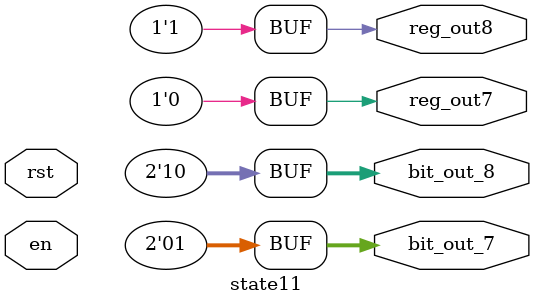
<source format=v>
`timescale 1ns / 1ps


module state11(
input rst,
input en,
output [1:0] bit_out_7,
output [1:0] bit_out_8,
output reg_out7,
output reg_out8
    );
assign bit_out_7 = 2'b01;
assign bit_out_8 = 2'b10;
assign reg_out7 = 0;
assign reg_out8 = 1;
endmodule


</source>
